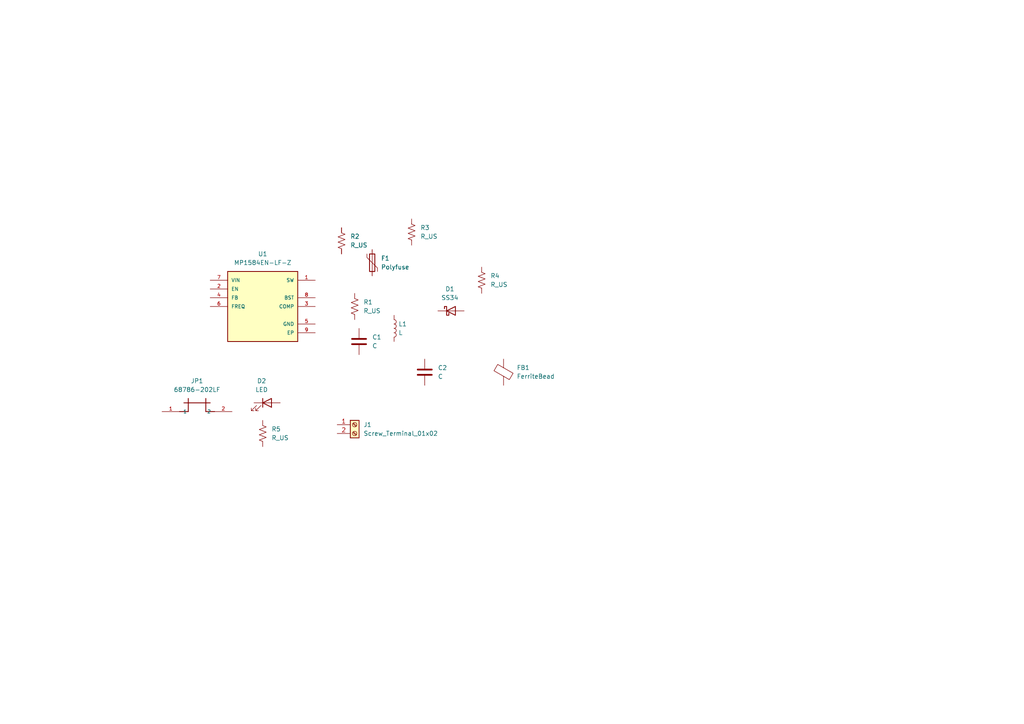
<source format=kicad_sch>
(kicad_sch (version 20250114) (generator "eeschema") (generator_version "9.0")
  (paper "A4")
  (lib_symbols
    (symbol "68786-202LF:68786-202LF" (pin_names (offset 1.016))
      (property "Reference" "JP" (at -8.9057 3.8167 0))
      (property "Value" "68786-202LF" (at -8.9067 -3.8172 0))
      (symbol "68786-202LF_0_0"
        (polyline (pts (xy -5.08 0) (xy -2.54 0)) (stroke (width 0.254)))
        (polyline (pts (xy -3.81 2.54) (xy 3.81 2.54)) (stroke (width 0.254)))
        (polyline (pts (xy -2.54 3.81) (xy -2.54 0)) (stroke (width 0.254)))
        (polyline (pts (xy 2.54 3.81) (xy 2.54 0)) (stroke (width 0.254)))
        (polyline (pts (xy 2.54 0) (xy 5.08 0)) (stroke (width 0.254)))
        (pin passive line (at -10.16 0 0) (length 5.08) (name "1") (number "1"))
        (pin passive line (at 10.16 0 180) (length 5.08) (name "2") (number "2"))
      )
    )
    (symbol "Connector:Screw_Terminal_01x02" (pin_names (offset 1.016) (hide yes))
      (property "Reference" "J" (at 0 2.54 0))
      (property "Value" "Screw_Terminal_01x02" (at 0 -5.08 0))
      (symbol "Screw_Terminal_01x02_1_1"
        (rectangle (start -1.27 1.27) (end 1.27 -3.81) (stroke (width 0.254)) (fill (type background)))
        (polyline (pts (xy -0.5334 0.3302) (xy 0.3302 -0.508)) (stroke (width 0.1524)))
        (polyline (pts (xy -0.5334 -2.2098) (xy 0.3302 -3.048)) (stroke (width 0.1524)))
        (polyline (pts (xy -0.3556 0.508) (xy 0.508 -0.3302)) (stroke (width 0.1524)))
        (polyline (pts (xy -0.3556 -2.032) (xy 0.508 -2.8702)) (stroke (width 0.1524)))
        (circle (center 0 0) (radius 0.635) (stroke (width 0.1524)))
        (circle (center 0 -2.54) (radius 0.635) (stroke (width 0.1524)))
        (pin passive line (at -5.08 0 0) (length 3.81) (name "Pin_1") (number "1"))
        (pin passive line (at -5.08 -2.54 0) (length 3.81) (name "Pin_2") (number "2"))
      )
    )
    (symbol "Device:C" (pin_numbers (hide yes)) (pin_names (offset 0.254))
      (property "Reference" "C" (at 0.635 2.54 0))
      (property "Value" "C" (at 0.635 -2.54 0))
      (symbol "C_0_1"
        (polyline (pts (xy -2.032 0.762) (xy 2.032 0.762)) (stroke (width 0.508)))
        (polyline (pts (xy -2.032 -0.762) (xy 2.032 -0.762)) (stroke (width 0.508)))
      )
      (symbol "C_1_1"
        (pin passive line (at 0 3.81 270) (length 2.794) (name "~") (number "1"))
        (pin passive line (at 0 -3.81 90) (length 2.794) (name "~") (number "2"))
      )
    )
    (symbol "Device:FerriteBead" (pin_numbers (hide yes)) (pin_names (offset 0))
      (property "Reference" "FB" (at -3.81 0.635 90))
      (property "Value" "FerriteBead" (at 3.81 0 90))
      (symbol "FerriteBead_0_1"
        (polyline (pts (xy -2.7686 0.4064) (xy -1.7018 2.2606) (xy 2.7686 -0.3048) (xy 1.6764 -2.159) (xy -2.7686 0.4064)))
        (polyline (pts (xy 0 1.27) (xy 0 1.2954)))
        (polyline (pts (xy 0 -1.27) (xy 0 -1.2192)))
      )
      (symbol "FerriteBead_1_1"
        (pin passive line (at 0 3.81 270) (length 2.54) (name "~") (number "1"))
        (pin passive line (at 0 -3.81 90) (length 2.54) (name "~") (number "2"))
      )
    )
    (symbol "Device:L" (pin_numbers (hide yes)) (pin_names (offset 1.016) (hide yes))
      (property "Reference" "L" (at -1.27 0 90))
      (property "Value" "L" (at 1.905 0 90))
      (symbol "L_0_1"
        (arc (start 0 2.54) (mid 0.6323 1.905) (end 0 1.27))
        (arc (start 0 1.27) (mid 0.6323 0.635) (end 0 0))
        (arc (start 0 0) (mid 0.6323 -0.635) (end 0 -1.27))
        (arc (start 0 -1.27) (mid 0.6323 -1.905) (end 0 -2.54))
      )
      (symbol "L_1_1"
        (pin passive line (at 0 3.81 270) (length 1.27) (name "1") (number "1"))
        (pin passive line (at 0 -3.81 90) (length 1.27) (name "2") (number "2"))
      )
    )
    (symbol "Device:LED" (pin_numbers (hide yes)) (pin_names (offset 1.016) (hide yes))
      (property "Reference" "D" (at 0 2.54 0))
      (property "Value" "LED" (at 0 -2.54 0))
      (symbol "LED_0_1"
        (polyline (pts (xy -3.048 -0.762) (xy -4.572 -2.286) (xy -3.81 -2.286) (xy -4.572 -2.286) (xy -4.572 -1.524)))
        (polyline (pts (xy -1.778 -0.762) (xy -3.302 -2.286) (xy -2.54 -2.286) (xy -3.302 -2.286) (xy -3.302 -1.524)))
        (polyline (pts (xy -1.27 0) (xy 1.27 0)))
        (polyline (pts (xy -1.27 -1.27) (xy -1.27 1.27)) (stroke (width 0.254)))
        (polyline (pts (xy 1.27 -1.27) (xy 1.27 1.27) (xy -1.27 0) (xy 1.27 -1.27)) (stroke (width 0.254)))
      )
      (symbol "LED_1_1"
        (pin passive line (at -3.81 0 0) (length 2.54) (name "K") (number "1"))
        (pin passive line (at 3.81 0 180) (length 2.54) (name "A") (number "2"))
      )
    )
    (symbol "Device:Polyfuse" (pin_numbers (hide yes)) (pin_names (offset 0))
      (property "Reference" "F" (at -2.54 0 90))
      (property "Value" "Polyfuse" (at 2.54 0 90))
      (symbol "Polyfuse_0_1"
        (polyline (pts (xy -1.524 2.54) (xy -1.524 1.524) (xy 1.524 -1.524) (xy 1.524 -2.54)))
        (rectangle (start -0.762 2.54) (end 0.762 -2.54) (stroke (width 0.254)))
        (polyline (pts (xy 0 2.54) (xy 0 -2.54)))
      )
      (symbol "Polyfuse_1_1"
        (pin passive line (at 0 3.81 270) (length 1.27) (name "~") (number "1"))
        (pin passive line (at 0 -3.81 90) (length 1.27) (name "~") (number "2"))
      )
    )
    (symbol "Device:R_US" (pin_numbers (hide yes)) (pin_names (offset 0))
      (property "Reference" "R" (at 2.54 0 90))
      (property "Value" "R_US" (at -2.54 0 90))
      (symbol "R_US_0_1"
        (polyline (pts (xy 0 2.286) (xy 0 2.54)))
        (polyline (pts (xy 0 2.286) (xy 1.016 1.905) (xy 0 1.524) (xy -1.016 1.143) (xy 0 0.762)))
        (polyline (pts (xy 0 0.762) (xy 1.016 0.381) (xy 0 0) (xy -1.016 -0.381) (xy 0 -0.762)))
        (polyline (pts (xy 0 -0.762) (xy 1.016 -1.143) (xy 0 -1.524) (xy -1.016 -1.905) (xy 0 -2.286)))
        (polyline (pts (xy 0 -2.286) (xy 0 -2.54)))
      )
      (symbol "R_US_1_1"
        (pin passive line (at 0 3.81 270) (length 1.27) (name "~") (number "1"))
        (pin passive line (at 0 -3.81 90) (length 1.27) (name "~") (number "2"))
      )
    )
    (symbol "Diode:SS34" (pin_numbers (hide yes)) (pin_names (offset 1.016) (hide yes))
      (property "Reference" "D" (at 0 2.54 0))
      (property "Value" "SS34" (at 0 -2.54 0))
      (symbol "SS34_0_1"
        (polyline (pts (xy -1.905 0.635) (xy -1.905 1.27) (xy -1.27 1.27) (xy -1.27 -1.27) (xy -0.635 -1.27) (xy -0.635 -0.635)) (stroke (width 0.254)))
        (polyline (pts (xy 1.27 1.27) (xy 1.27 -1.27) (xy -1.27 0) (xy 1.27 1.27)) (stroke (width 0.254)))
        (polyline (pts (xy 1.27 0) (xy -1.27 0)))
      )
      (symbol "SS34_1_1"
        (pin passive line (at -3.81 0 0) (length 2.54) (name "K") (number "1"))
        (pin passive line (at 3.81 0 180) (length 2.54) (name "A") (number "2"))
      )
    )
    (symbol "MP1584EN-LF-Z:MP1584EN-LF-Z" (pin_names (offset 1.016))
      (property "Reference" "U" (at -10.1897 10.9615 0))
      (property "Value" "MP1584EN-LF-Z" (at -10.1903 -12.7436 0))
      (symbol "MP1584EN-LF-Z_0_0"
        (rectangle (start -10.16 -10.16) (end 10.16 10.16) (stroke (width 0.254)) (fill (type background)))
        (pin input line (at -15.24 7.62 0) (length 5.08) (name "VIN") (number "7"))
        (pin input line (at -15.24 5.08 0) (length 5.08) (name "EN") (number "2"))
        (pin input line (at -15.24 2.54 0) (length 5.08) (name "FB") (number "4"))
        (pin passive line (at -15.24 0 0) (length 5.08) (name "FREQ") (number "6"))
        (pin output line (at 15.24 7.62 180) (length 5.08) (name "SW") (number "1"))
        (pin passive line (at 15.24 2.54 180) (length 5.08) (name "BST") (number "8"))
        (pin passive line (at 15.24 0 180) (length 5.08) (name "COMP") (number "3"))
        (pin power_in line (at 15.24 -5.08 180) (length 5.08) (name "GND") (number "5"))
        (pin power_in line (at 15.24 -7.62 180) (length 5.08) (name "EP") (number "9"))
      )
    )
  )
  (symbol (lib_id "Device:R_US") (at 139.7 81.28 0) (unit 1)
    (property "Reference" "R4" (at 142.24 80.0099 0) (effects (justify left)))
    (property "Value" "R_US" (at 142.24 82.5499 0) (effects (justify left)))
    (property "Description" "Resistor, US symbol" (effects (hide yes)))
  )
  (symbol (lib_id "Device:R_US") (at 99.06 69.85 0) (unit 1)
    (property "Reference" "R2" (at 101.6 68.5799 0) (effects (justify left)))
    (property "Value" "R_US" (at 101.6 71.1199 0) (effects (justify left)))
    (property "Description" "Resistor, US symbol" (effects (hide yes)))
  )
  (symbol (lib_id "Device:L") (at 114.3 95.25 0) (unit 1)
    (property "Reference" "L1" (at 115.57 93.9799 0) (effects (justify left)))
    (property "Value" "L" (at 115.57 96.5199 0) (effects (justify left)))
    (property "Description" "Inductor" (effects (hide yes)))
  )
  (symbol (lib_id "Device:R_US") (at 102.87 88.9 0) (unit 1)
    (property "Reference" "R1" (at 105.41 87.6299 0) (effects (justify left)))
    (property "Value" "R_US" (at 105.41 90.1699 0) (effects (justify left)))
    (property "Description" "Resistor, US symbol" (effects (hide yes)))
  )
  (symbol (lib_id "Device:FerriteBead") (at 146.05 107.95 0) (unit 1)
    (property "Reference" "FB1" (at 149.86 106.6291 0) (effects (justify left)))
    (property "Value" "FerriteBead" (at 149.86 109.1691 0) (effects (justify left)))
    (property "Description" "Ferrite bead" (effects (hide yes)))
  )
  (symbol (lib_id "Device:C") (at 104.14 99.06 0) (unit 1)
    (property "Reference" "C1" (at 107.95 97.7899 0) (effects (justify left)))
    (property "Value" "C" (at 107.95 100.3299 0) (effects (justify left)))
    (property "Description" "Unpolarized capacitor" (effects (hide yes)))
  )
  (symbol (lib_id "Connector:Screw_Terminal_01x02") (at 102.87 123.19 0) (unit 1)
    (property "Reference" "J1" (at 105.41 123.1899 0) (effects (justify left)))
    (property "Value" "Screw_Terminal_01x02" (at 105.41 125.7299 0) (effects (justify left)))
    (property "Description" "Generic screw terminal, single row, 01x02, script generated (kicad-library-utils/schlib/autogen/connector/)" (effects (hide yes)))
  )
  (symbol (lib_id "Device:LED") (at 77.47 116.84 0) (unit 1)
    (property "Reference" "D2" (at 75.8825 110.49 0))
    (property "Value" "LED" (at 75.8825 113.03 0))
    (property "Description" "Light emitting diode" (effects (hide yes)))
    (property "Sim.Pins" "1=K 2=A" (effects (hide yes)))
  )
  (symbol (lib_id "Device:C") (at 123.19 107.95 0) (unit 1)
    (property "Reference" "C2" (at 127 106.6799 0) (effects (justify left)))
    (property "Value" "C" (at 127 109.2199 0) (effects (justify left)))
    (property "Description" "Unpolarized capacitor" (effects (hide yes)))
  )
  (symbol (lib_id "68786-202LF:68786-202LF") (at 57.15 119.38 0) (unit 1)
    (property "Reference" "JP1" (at 57.15 110.49 0))
    (property "Value" "68786-202LF" (at 57.15 113.03 0))
    (property "Footprint" "68786-202LF:FCI_68786-202LF" (effects (hide yes)))
    (property "MF" "Amphenol ICC" (effects (hide yes)))
    (property "Description_1" "Connector 1x2 Low Profile Jumper Assembly Gold Plated Cont White Polyester Body | Amphenol FCI (Amphenol CS) 68786-202LF" (effects (hide yes)))
    (property "Package" "None" (effects (hide yes)))
    (property "Price" "None" (effects (hide yes)))
    (property "Check_prices" "https://www.snapeda.com/parts/68786-202LF/Amphenol/view-part/?ref=eda" (effects (hide yes)))
    (property "SnapEDA_Link" "https://www.snapeda.com/parts/68786-202LF/Amphenol/view-part/?ref=snap" (effects (hide yes)))
    (property "MP" "68786-202LF" (effects (hide yes)))
    (property "Availability" "In Stock" (effects (hide yes)))
    (property "MANUFACTURER" "Framatome" (effects (hide yes)))
  )
  (symbol (lib_id "Device:R_US") (at 76.2 125.73 0) (unit 1)
    (property "Reference" "R5" (at 78.74 124.4599 0) (effects (justify left)))
    (property "Value" "R_US" (at 78.74 126.9999 0) (effects (justify left)))
    (property "Description" "Resistor, US symbol" (effects (hide yes)))
  )
  (symbol (lib_id "Diode:SS34") (at 130.81 90.17 0) (unit 1)
    (property "Reference" "D1" (at 130.4925 83.82 0))
    (property "Value" "SS34" (at 130.4925 86.36 0))
    (property "Footprint" "Diode_SMD:D_SMA" (effects (hide yes)))
    (property "Datasheet" "https://www.vishay.com/docs/88751/ss32.pdf" (effects (hide yes)))
    (property "Description" "40V 3A Schottky Diode, SMA" (effects (hide yes)))
  )
  (symbol (lib_id "Device:Polyfuse") (at 107.95 76.2 0) (unit 1)
    (property "Reference" "F1" (at 110.49 74.9299 0) (effects (justify left)))
    (property "Value" "Polyfuse" (at 110.49 77.4699 0) (effects (justify left)))
    (property "Description" "Resettable fuse, polymeric positive temperature coefficient" (effects (hide yes)))
  )
  (symbol (lib_id "MP1584EN-LF-Z:MP1584EN-LF-Z") (at 76.2 88.9 0) (unit 1)
    (property "Reference" "U1" (at 76.2 73.66 0))
    (property "Value" "MP1584EN-LF-Z" (at 76.2 76.2 0))
    (property "Footprint" "MP1584EN-LF-Z:SOIC127P600X170-9N" (effects (hide yes)))
    (property "MF" "Monolithic Power Systems" (effects (hide yes)))
    (property "Description_1" "Buck Switching Regulator IC Positive Adjustable 0.8V 1 Output 3A 8-SOIC (0.154, 3.90mm Width) Exposed Pad" (effects (hide yes)))
    (property "PACKAGE" "SOIC-8" (effects (hide yes)))
    (property "PRICE" "2.72 USD" (effects (hide yes)))
    (property "Package" "SOIC-8 Monolithic Power Systems" (effects (hide yes)))
    (property "Check_prices" "https://www.snapeda.com/parts/MP1584ENLFZ/Monolithic+Power+Systems/view-part/?ref=eda" (effects (hide yes)))
    (property "STANDARD" "IPC-7351B" (effects (hide yes)))
    (property "SnapEDA_Link" "https://www.snapeda.com/parts/MP1584ENLFZ/Monolithic+Power+Systems/view-part/?ref=snap" (effects (hide yes)))
    (property "MP" "MP1584ENLFZ" (effects (hide yes)))
    (property "Availability" "In Stock" (effects (hide yes)))
    (property "Price" "None" (effects (hide yes)))
    (property "MANUFACTURER" "Monolithic Power Systems" (effects (hide yes)))
  )
  (symbol (lib_id "Device:R_US") (at 119.38 67.31 0) (unit 1)
    (property "Reference" "R3" (at 121.92 66.0399 0) (effects (justify left)))
    (property "Value" "R_US" (at 121.92 68.5799 0) (effects (justify left)))
    (property "Description" "Resistor, US symbol" (effects (hide yes)))
  )
)
</source>
